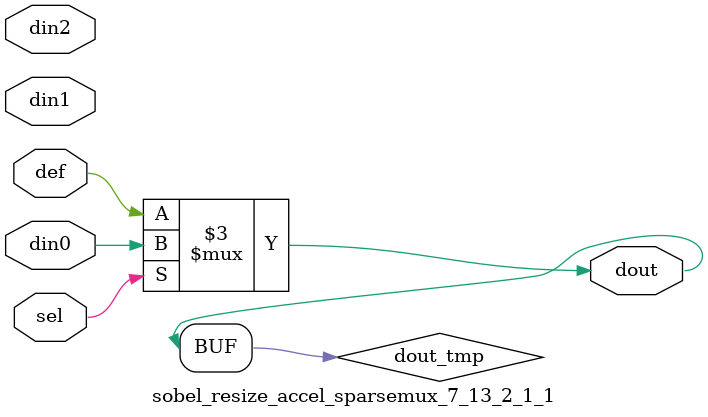
<source format=v>
`timescale 1ns / 1ps

module sobel_resize_accel_sparsemux_7_13_2_1_1 (din0,din1,din2,def,sel,dout);

parameter din0_WIDTH = 1;

parameter din1_WIDTH = 1;

parameter din2_WIDTH = 1;

parameter def_WIDTH = 1;
parameter sel_WIDTH = 1;
parameter dout_WIDTH = 1;

parameter [sel_WIDTH-1:0] CASE0 = 1;

parameter [sel_WIDTH-1:0] CASE1 = 1;

parameter [sel_WIDTH-1:0] CASE2 = 1;

parameter ID = 1;
parameter NUM_STAGE = 1;



input [din0_WIDTH-1:0] din0;

input [din1_WIDTH-1:0] din1;

input [din2_WIDTH-1:0] din2;

input [def_WIDTH-1:0] def;
input [sel_WIDTH-1:0] sel;

output [dout_WIDTH-1:0] dout;



reg [dout_WIDTH-1:0] dout_tmp;

always @ (*) begin
case (sel)
    
    CASE0 : dout_tmp = din0;
    
    CASE1 : dout_tmp = din1;
    
    CASE2 : dout_tmp = din2;
    
    default : dout_tmp = def;
endcase
end


assign dout = dout_tmp;



endmodule

</source>
